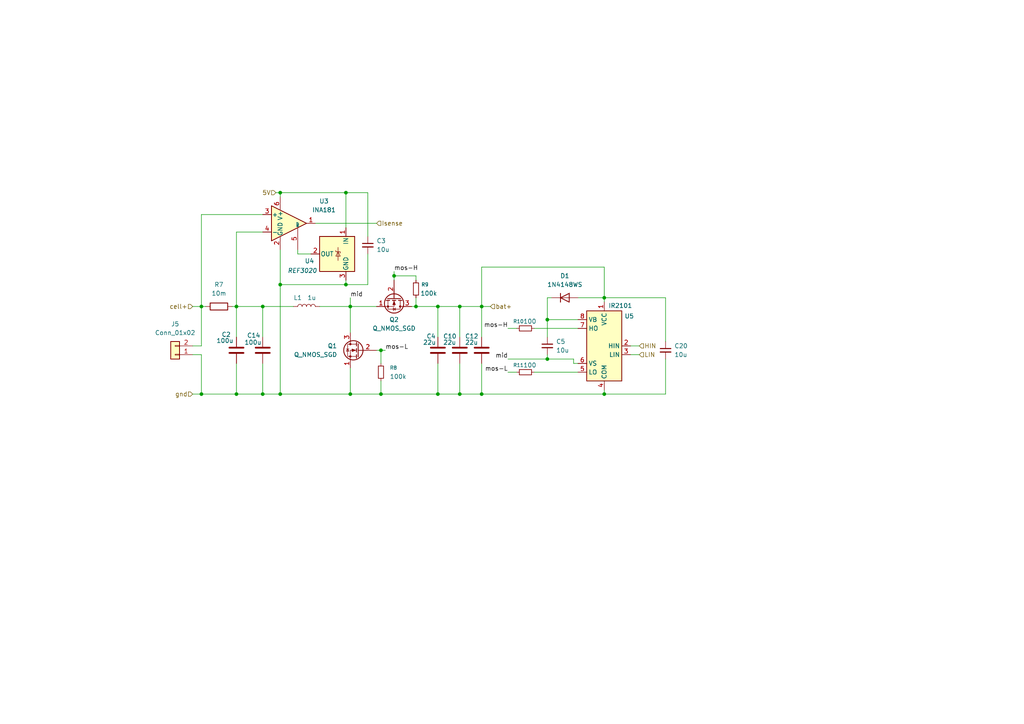
<source format=kicad_sch>
(kicad_sch (version 20250114) (generator "eeschema") (generator_version "9.0")
  (paper "A4")
  (lib_symbols
    (symbol "Amplifier_Current:INA181" (pin_names (offset 0.127))
      (property "Reference" "U" (at 3.81 3.81 0))
      (property "Value" "INA181" (at 3.81 -2.54 0))
      (symbol "INA181_0_1"
        (polyline (pts (xy 5.08 0) (xy -5.08 5.08) (xy -5.08 -5.08) (xy 5.08 0)) (stroke (width 0.254)) (fill (type background)))
      )
      (symbol "INA181_1_1"
        (pin input line (at -7.62 2.54 0) (length 2.54) (name "+") (number "3"))
        (pin input line (at -7.62 -2.54 0) (length 2.54) (name "-") (number "4"))
        (pin power_in line (at -2.54 7.62 270) (length 3.81) (name "V+") (number "6"))
        (pin power_in line (at -2.54 -7.62 90) (length 3.81) (name "GND") (number "2"))
        (pin input line (at 2.54 -7.62 90) (length 6.35) (name "REF") (number "5"))
        (pin output line (at 7.62 0 180) (length 2.54) (name "~") (number "1"))
      )
    )
    (symbol "Connector_Generic:Conn_01x02" (pin_names (offset 1.016) (hide yes))
      (property "Reference" "J" (at 0 2.54 0))
      (property "Value" "Conn_01x02" (at 0 -5.08 0))
      (symbol "Conn_01x02_1_1"
        (rectangle (start -1.27 1.27) (end 1.27 -3.81) (stroke (width 0.254)) (fill (type background)))
        (rectangle (start -1.27 0.127) (end 0 -0.127) (stroke (width 0.1524)))
        (rectangle (start -1.27 -2.413) (end 0 -2.667) (stroke (width 0.1524)))
        (pin passive line (at -5.08 0 0) (length 3.81) (name "Pin_1") (number "1"))
        (pin passive line (at -5.08 -2.54 0) (length 3.81) (name "Pin_2") (number "2"))
      )
    )
    (symbol "Device:C" (pin_numbers (hide yes)) (pin_names (offset 0.254))
      (property "Reference" "C" (at 0.635 2.54 0))
      (property "Value" "C" (at 0.635 -2.54 0))
      (symbol "C_0_1"
        (polyline (pts (xy -2.032 0.762) (xy 2.032 0.762)) (stroke (width 0.508)))
        (polyline (pts (xy -2.032 -0.762) (xy 2.032 -0.762)) (stroke (width 0.508)))
      )
      (symbol "C_1_1"
        (pin passive line (at 0 3.81 270) (length 2.794) (name "~") (number "1"))
        (pin passive line (at 0 -3.81 90) (length 2.794) (name "~") (number "2"))
      )
    )
    (symbol "Device:C_Small" (pin_numbers (hide yes)) (pin_names (offset 0.254) (hide yes))
      (property "Reference" "C" (at 0.254 1.778 0))
      (property "Value" "C_Small" (at 0.254 -2.032 0))
      (symbol "C_Small_0_1"
        (polyline (pts (xy -1.524 0.508) (xy 1.524 0.508)) (stroke (width 0.3048)))
        (polyline (pts (xy -1.524 -0.508) (xy 1.524 -0.508)) (stroke (width 0.3302)))
      )
      (symbol "C_Small_1_1"
        (pin passive line (at 0 2.54 270) (length 2.032) (name "~") (number "1"))
        (pin passive line (at 0 -2.54 90) (length 2.032) (name "~") (number "2"))
      )
    )
    (symbol "Device:L" (pin_numbers (hide yes)) (pin_names (offset 1.016) (hide yes))
      (property "Reference" "L" (at -1.27 0 90))
      (property "Value" "L" (at 1.905 0 90))
      (symbol "L_0_1"
        (arc (start 0 2.54) (mid 0.6323 1.905) (end 0 1.27))
        (arc (start 0 1.27) (mid 0.6323 0.635) (end 0 0))
        (arc (start 0 0) (mid 0.6323 -0.635) (end 0 -1.27))
        (arc (start 0 -1.27) (mid 0.6323 -1.905) (end 0 -2.54))
      )
      (symbol "L_1_1"
        (pin passive line (at 0 3.81 270) (length 1.27) (name "1") (number "1"))
        (pin passive line (at 0 -3.81 90) (length 1.27) (name "2") (number "2"))
      )
    )
    (symbol "Device:R" (pin_numbers (hide yes)) (pin_names (offset 0))
      (property "Reference" "R" (at 2.032 0 90))
      (property "Value" "R" (at 0 0 90))
      (symbol "R_0_1"
        (rectangle (start -1.016 -2.54) (end 1.016 2.54) (stroke (width 0.254)))
      )
      (symbol "R_1_1"
        (pin passive line (at 0 3.81 270) (length 1.27) (name "~") (number "1"))
        (pin passive line (at 0 -3.81 90) (length 1.27) (name "~") (number "2"))
      )
    )
    (symbol "Device:R_Small" (pin_numbers (hide yes)) (pin_names (offset 0.254) (hide yes))
      (property "Reference" "R" (at 0 0 90))
      (property "Value" "R_Small" (at 1.778 0 90))
      (symbol "R_Small_0_1"
        (rectangle (start -0.762 1.778) (end 0.762 -1.778) (stroke (width 0.2032)))
      )
      (symbol "R_Small_1_1"
        (pin passive line (at 0 2.54 270) (length 0.762) (name "~") (number "1"))
        (pin passive line (at 0 -2.54 90) (length 0.762) (name "~") (number "2"))
      )
    )
    (symbol "Diode:1N4148WS" (pin_numbers (hide yes)) (pin_names (hide yes))
      (property "Reference" "D" (at 0 2.54 0))
      (property "Value" "1N4148WS" (at 0 -2.54 0))
      (symbol "1N4148WS_0_1"
        (polyline (pts (xy -1.27 1.27) (xy -1.27 -1.27)) (stroke (width 0.254)))
        (polyline (pts (xy 1.27 1.27) (xy 1.27 -1.27) (xy -1.27 0) (xy 1.27 1.27)) (stroke (width 0.254)))
        (polyline (pts (xy 1.27 0) (xy -1.27 0)))
      )
      (symbol "1N4148WS_1_1"
        (pin passive line (at -3.81 0 0) (length 2.54) (name "K") (number "1"))
        (pin passive line (at 3.81 0 180) (length 2.54) (name "A") (number "2"))
      )
    )
    (symbol "Driver_FET:IR2101"
      (property "Reference" "U" (at 1.27 13.335 0))
      (property "Value" "IR2101" (at 1.27 11.43 0))
      (symbol "IR2101_0_1"
        (rectangle (start -5.08 -10.16) (end 5.08 10.16) (stroke (width 0.254)) (fill (type background)))
      )
      (symbol "IR2101_1_1"
        (pin input line (at -7.62 0 0) (length 2.54) (name "HIN") (number "2"))
        (pin input line (at -7.62 -2.54 0) (length 2.54) (name "LIN") (number "3"))
        (pin power_in line (at 0 12.7 270) (length 2.54) (name "VCC") (number "1"))
        (pin power_in line (at 0 -12.7 90) (length 2.54) (name "COM") (number "4"))
        (pin passive line (at 7.62 7.62 180) (length 2.54) (name "VB") (number "8"))
        (pin output line (at 7.62 5.08 180) (length 2.54) (name "HO") (number "7"))
        (pin passive line (at 7.62 -5.08 180) (length 2.54) (name "VS") (number "6"))
        (pin output line (at 7.62 -7.62 180) (length 2.54) (name "LO") (number "5"))
      )
    )
    (symbol "Reference_Voltage:REF3020" (pin_names (offset 0.254))
      (property "Reference" "U" (at 0 6.35 0))
      (property "Value" "REF3020" (at 2.54 -6.35 0))
      (symbol "REF3020_0_1"
        (rectangle (start -5.08 5.08) (end 5.08 -5.08) (stroke (width 0.254)) (fill (type background)))
        (polyline (pts (xy -0.889 -0.635) (xy 0.381 -0.635) (xy -0.254 0.635) (xy -0.889 -0.635)))
        (polyline (pts (xy -0.254 1.905) (xy -0.254 -1.905)))
        (polyline (pts (xy 0.381 1.016) (xy 0.381 0.635) (xy -0.889 0.635) (xy -0.889 0.254)))
      )
      (symbol "REF3020_1_1"
        (pin power_in line (at -2.54 7.62 270) (length 2.54) (name "IN") (number "1"))
        (pin power_in line (at -2.54 -7.62 90) (length 2.54) (name "GND") (number "3"))
        (pin power_out line (at 7.62 0 180) (length 2.54) (name "OUT") (number "2"))
      )
    )
    (symbol "Transistor_FET:Q_NMOS_SGD" (pin_names (offset 0) (hide yes))
      (property "Reference" "Q" (at 5.08 1.905 0))
      (property "Value" "Q_NMOS_SGD" (at 5.08 0 0))
      (symbol "Q_NMOS_SGD_0_1"
        (polyline (pts (xy 0.254 1.905) (xy 0.254 -1.905)) (stroke (width 0.254)))
        (polyline (pts (xy 0.254 0) (xy -2.54 0)))
        (polyline (pts (xy 0.762 2.286) (xy 0.762 1.27)) (stroke (width 0.254)))
        (polyline (pts (xy 0.762 0.508) (xy 0.762 -0.508)) (stroke (width 0.254)))
        (polyline (pts (xy 0.762 -1.27) (xy 0.762 -2.286)) (stroke (width 0.254)))
        (polyline (pts (xy 0.762 -1.778) (xy 3.302 -1.778) (xy 3.302 1.778) (xy 0.762 1.778)))
        (polyline (pts (xy 1.016 0) (xy 2.032 0.381) (xy 2.032 -0.381) (xy 1.016 0)) (fill (type outline)))
        (circle (center 1.651 0) (radius 2.794) (stroke (width 0.254)))
        (polyline (pts (xy 2.54 2.54) (xy 2.54 1.778)))
        (circle (center 2.54 1.778) (radius 0.254) (fill (type outline)))
        (circle (center 2.54 -1.778) (radius 0.254) (fill (type outline)))
        (polyline (pts (xy 2.54 -2.54) (xy 2.54 0) (xy 0.762 0)))
        (polyline (pts (xy 2.921 0.381) (xy 3.683 0.381)))
        (polyline (pts (xy 3.302 0.381) (xy 2.921 -0.254) (xy 3.683 -0.254) (xy 3.302 0.381)))
      )
      (symbol "Q_NMOS_SGD_1_1"
        (pin input line (at -5.08 0 0) (length 5.08) (name "G") (number "2"))
        (pin passive line (at 2.54 5.08 270) (length 2.54) (name "D") (number "3"))
        (pin passive line (at 2.54 -5.08 90) (length 2.54) (name "S") (number "1"))
      )
    )
  )
  (junction (at 139.7 114.3))
  (junction (at 110.49 101.6))
  (junction (at 110.49 114.3))
  (junction (at 139.7 88.9))
  (junction (at 133.35 88.9))
  (junction (at 101.6 88.9))
  (junction (at 175.26 86.36))
  (junction (at 101.6 114.3))
  (junction (at 76.2 88.9))
  (junction (at 81.28 55.88))
  (junction (at 120.65 88.9))
  (junction (at 68.58 114.3))
  (junction (at 127 88.9))
  (junction (at 58.42 88.9))
  (junction (at 58.42 114.3))
  (junction (at 100.33 55.88))
  (junction (at 100.33 82.55))
  (junction (at 158.75 92.71))
  (junction (at 127 114.3))
  (junction (at 68.58 88.9))
  (junction (at 81.28 114.3))
  (junction (at 175.26 114.3))
  (junction (at 158.75 104.14))
  (junction (at 76.2 114.3))
  (junction (at 81.28 82.55))
  (junction (at 133.35 114.3))
  (junction (at 114.3 80.01))
  (wire (pts (xy 58.42 62.23) (xy 58.42 88.9)))
  (wire (pts (xy 114.3 78.74) (xy 114.3 80.01)))
  (wire (pts (xy 127 88.9) (xy 120.65 88.9)))
  (wire (pts (xy 81.28 72.39) (xy 81.28 82.55)))
  (wire (pts (xy 139.7 77.47) (xy 139.7 88.9)))
  (wire (pts (xy 110.49 114.3) (xy 101.6 114.3)))
  (wire (pts (xy 68.58 105.41) (xy 68.58 114.3)))
  (wire (pts (xy 133.35 114.3) (xy 127 114.3)))
  (wire (pts (xy 193.04 104.14) (xy 193.04 114.3)))
  (wire (pts (xy 154.94 95.25) (xy 167.64 95.25)))
  (wire (pts (xy 147.32 95.25) (xy 149.86 95.25)))
  (wire (pts (xy 106.68 68.58) (xy 106.68 55.88)))
  (wire (pts (xy 158.75 86.36) (xy 160.02 86.36)))
  (wire (pts (xy 101.6 88.9) (xy 101.6 96.52)))
  (wire (pts (xy 55.88 100.33) (xy 58.42 100.33)))
  (wire (pts (xy 76.2 114.3) (xy 81.28 114.3)))
  (wire (pts (xy 139.7 88.9) (xy 139.7 97.79)))
  (wire (pts (xy 106.68 73.66) (xy 106.68 82.55)))
  (wire (pts (xy 80.01 55.88) (xy 81.28 55.88)))
  (wire (pts (xy 147.32 107.95) (xy 149.86 107.95)))
  (wire (pts (xy 175.26 77.47) (xy 139.7 77.47)))
  (wire (pts (xy 67.31 88.9) (xy 68.58 88.9)))
  (wire (pts (xy 175.26 114.3) (xy 139.7 114.3)))
  (wire (pts (xy 91.44 64.77) (xy 109.22 64.77)))
  (wire (pts (xy 68.58 88.9) (xy 76.2 88.9)))
  (wire (pts (xy 92.71 88.9) (xy 101.6 88.9)))
  (wire (pts (xy 158.75 104.14) (xy 166.37 104.14)))
  (wire (pts (xy 101.6 86.36) (xy 101.6 88.9)))
  (wire (pts (xy 68.58 114.3) (xy 76.2 114.3)))
  (wire (pts (xy 139.7 105.41) (xy 139.7 114.3)))
  (wire (pts (xy 55.88 102.87) (xy 58.42 102.87)))
  (wire (pts (xy 120.65 80.01) (xy 114.3 80.01)))
  (wire (pts (xy 127 114.3) (xy 110.49 114.3)))
  (wire (pts (xy 81.28 55.88) (xy 100.33 55.88)))
  (wire (pts (xy 110.49 101.6) (xy 109.22 101.6)))
  (wire (pts (xy 175.26 113.03) (xy 175.26 114.3)))
  (wire (pts (xy 166.37 105.41) (xy 167.64 105.41)))
  (wire (pts (xy 158.75 102.87) (xy 158.75 104.14)))
  (wire (pts (xy 81.28 55.88) (xy 81.28 57.15)))
  (wire (pts (xy 127 88.9) (xy 133.35 88.9)))
  (wire (pts (xy 158.75 86.36) (xy 158.75 92.71)))
  (wire (pts (xy 154.94 107.95) (xy 167.64 107.95)))
  (wire (pts (xy 139.7 88.9) (xy 142.24 88.9)))
  (wire (pts (xy 114.3 80.01) (xy 114.3 81.28)))
  (wire (pts (xy 110.49 110.49) (xy 110.49 114.3)))
  (wire (pts (xy 101.6 106.68) (xy 101.6 114.3)))
  (wire (pts (xy 193.04 86.36) (xy 193.04 99.06)))
  (wire (pts (xy 120.65 86.36) (xy 120.65 88.9)))
  (wire (pts (xy 120.65 88.9) (xy 119.38 88.9)))
  (wire (pts (xy 175.26 86.36) (xy 175.26 77.47)))
  (wire (pts (xy 127 97.79) (xy 127 88.9)))
  (wire (pts (xy 127 105.41) (xy 127 114.3)))
  (wire (pts (xy 76.2 67.31) (xy 68.58 67.31)))
  (wire (pts (xy 58.42 88.9) (xy 59.69 88.9)))
  (wire (pts (xy 100.33 81.28) (xy 100.33 82.55)))
  (wire (pts (xy 58.42 102.87) (xy 58.42 114.3)))
  (wire (pts (xy 175.26 86.36) (xy 167.64 86.36)))
  (wire (pts (xy 86.36 73.66) (xy 86.36 72.39)))
  (wire (pts (xy 101.6 88.9) (xy 109.22 88.9)))
  (wire (pts (xy 166.37 104.14) (xy 166.37 105.41)))
  (wire (pts (xy 81.28 82.55) (xy 100.33 82.55)))
  (wire (pts (xy 158.75 97.79) (xy 158.75 92.71)))
  (wire (pts (xy 58.42 114.3) (xy 68.58 114.3)))
  (wire (pts (xy 175.26 86.36) (xy 193.04 86.36)))
  (wire (pts (xy 100.33 55.88) (xy 106.68 55.88)))
  (wire (pts (xy 81.28 82.55) (xy 81.28 114.3)))
  (wire (pts (xy 55.88 114.3) (xy 58.42 114.3)))
  (wire (pts (xy 175.26 87.63) (xy 175.26 86.36)))
  (wire (pts (xy 68.58 67.31) (xy 68.58 88.9)))
  (wire (pts (xy 120.65 81.28) (xy 120.65 80.01)))
  (wire (pts (xy 193.04 114.3) (xy 175.26 114.3)))
  (wire (pts (xy 76.2 105.41) (xy 76.2 114.3)))
  (wire (pts (xy 58.42 62.23) (xy 76.2 62.23)))
  (wire (pts (xy 139.7 114.3) (xy 133.35 114.3)))
  (wire (pts (xy 110.49 101.6) (xy 110.49 105.41)))
  (wire (pts (xy 133.35 88.9) (xy 133.35 97.79)))
  (wire (pts (xy 106.68 82.55) (xy 100.33 82.55)))
  (wire (pts (xy 68.58 88.9) (xy 68.58 97.79)))
  (wire (pts (xy 81.28 114.3) (xy 101.6 114.3)))
  (wire (pts (xy 100.33 55.88) (xy 100.33 66.04)))
  (wire (pts (xy 111.76 101.6) (xy 110.49 101.6)))
  (wire (pts (xy 86.36 73.66) (xy 90.17 73.66)))
  (wire (pts (xy 158.75 92.71) (xy 167.64 92.71)))
  (wire (pts (xy 76.2 88.9) (xy 85.09 88.9)))
  (wire (pts (xy 55.88 88.9) (xy 58.42 88.9)))
  (wire (pts (xy 182.88 102.87) (xy 185.42 102.87)))
  (wire (pts (xy 147.32 104.14) (xy 158.75 104.14)))
  (wire (pts (xy 133.35 88.9) (xy 139.7 88.9)))
  (wire (pts (xy 133.35 105.41) (xy 133.35 114.3)))
  (wire (pts (xy 58.42 100.33) (xy 58.42 88.9)))
  (wire (pts (xy 76.2 88.9) (xy 76.2 97.79)))
  (wire (pts (xy 182.88 100.33) (xy 185.42 100.33)))
  (label "mos-L" (at 147.32 107.95 180))
  (label "mid" (at 101.6 86.36 0))
  (label "mos-L" (at 111.76 101.6 0))
  (label "mos-H" (at 147.32 95.25 180))
  (label "mid" (at 147.32 104.14 180))
  (label "mos-H" (at 114.3 78.74 0))
  (hierarchical_label "5V" (shape input) (at 80.01 55.88 180))
  (hierarchical_label "HIN" (shape input) (at 185.42 100.33 0))
  (hierarchical_label "LIN" (shape input) (at 185.42 102.87 0))
  (hierarchical_label "Isense" (shape input) (at 109.22 64.77 0))
  (hierarchical_label "cell+" (shape input) (at 55.88 88.9 180))
  (hierarchical_label "bat+" (shape input) (at 142.24 88.9 0))
  (hierarchical_label "gnd" (shape input) (at 55.88 114.3 180))
  (symbol (lib_id "Diode:1N4148WS") (at 163.83 86.36 0) (unit 1)
    (property "Reference" "D1" (at 163.83 80.01 0))
    (property "Value" "1N4148WS" (at 163.83 82.55 0))
    (property "Footprint" "Diode_SMD:D_SOD-323" (effects (hide yes)))
    (property "Datasheet" "https://www.vishay.com/docs/85751/1n4148ws.pdf" (effects (hide yes)))
    (property "Description" "75V 0.15A Fast switching Diode, SOD-323" (effects (hide yes)))
    (property "Sim.Device" "D" (effects (hide yes)))
    (property "Sim.Pins" "1=K 2=A" (effects (hide yes)))
    (instances (project "" (path "" (reference "D1") (unit 1)) (path "" (reference "D2") (unit 1))))
  )
  (symbol (lib_id "Driver_FET:IR2101") (at 175.26 100.33 0) (mirror y) (unit 1)
    (property "Reference" "U5" (at 183.896 91.694 0) (effects (justify left)))
    (property "Value" "IR2101" (at 183.388 88.646 0) (effects (justify left)))
    (property "Footprint" "Package_SO:SOIC-8_3.9x4.9mm_P1.27mm" (effects (hide yes)))
    (property "Datasheet" "https://www.infineon.com/dgdl/ir2101.pdf?fileId=5546d462533600a4015355c7a755166c" (effects (hide yes)))
    (property "Description" "High and Low Side Driver, 600V, 210/360mA, PDIP-8/SOIC-8" (effects (hide yes)))
    (instances (project "" (path "" (reference "U5") (unit 1)) (path "" (reference "U8") (unit 1))))
  )
  (symbol (lib_id "Device:R_Small") (at 152.4 107.95 90) (unit 1)
    (property "Reference" "R11" (at 150.368 105.918 90) (effects (font (size 1.016 1.016))))
    (property "Value" "100" (at 153.67 105.918 90))
    (property "Footprint" "Resistor_SMD:R_0603_1608Metric" (effects (hide yes)))
    (property "Description" "Resistor, small symbol" (effects (hide yes)))
    (instances (project "bidirectional-tester" (path "" (reference "R11") (unit 1)) (path "" (reference "R16") (unit 1))))
  )
  (symbol (lib_id "Device:C_Small") (at 158.75 100.33 0) (unit 1)
    (property "Reference" "C5" (at 161.29 99.0662 0) (effects (justify left)))
    (property "Value" "10u" (at 161.29 101.6062 0) (effects (justify left)))
    (property "Footprint" "Capacitor_SMD:C_0603_1608Metric" (effects (hide yes)))
    (property "Description" "Unpolarized capacitor, small symbol" (effects (hide yes)))
    (instances (project "" (path "" (reference "C5") (unit 1)) (path "" (reference "C9") (unit 1))))
  )
  (symbol (lib_id "Device:L") (at 88.9 88.9 90) (unit 1)
    (property "Reference" "L1" (at 86.36 86.36 90))
    (property "Value" "1u" (at 90.424 86.36 90))
    (property "Footprint" "Inductor_SMD:L_Changjiang_FXL0630" (effects (hide yes)))
    (property "Description" "Inductor" (effects (hide yes)))
    (instances (project "" (path "" (reference "L1") (unit 1)) (path "" (reference "L2") (unit 1))))
  )
  (symbol (lib_id "Device:R") (at 63.5 88.9 90) (unit 1)
    (property "Reference" "R7" (at 63.5 82.55 90))
    (property "Value" "10m" (at 63.5 85.09 90))
    (property "Footprint" "Resistor_SMD:R_2512_6332Metric" (effects (hide yes)))
    (property "Description" "Resistor" (effects (hide yes)))
    (instances (project "" (path "" (reference "R7") (unit 1)) (path "" (reference "R12") (unit 1))))
  )
  (symbol (lib_id "Transistor_FET:Q_NMOS_SGD") (at 114.3 86.36 270) (unit 1)
    (property "Reference" "Q2" (at 114.3 92.71 90))
    (property "Value" "Q_NMOS_SGD" (at 114.3 95.25 90))
    (property "Footprint" "my-footprints:PQFN-8-EP_6x5mm_P1.27mm_Generic" (effects (hide yes)))
    (property "Description" "N-MOSFET transistor, source/gate/drain" (effects (hide yes)))
    (instances (project "bidirectional-tester" (path "" (reference "Q2") (unit 1)) (path "" (reference "Q4") (unit 1))))
  )
  (symbol (lib_id "Device:C") (at 133.35 101.6 0) (unit 1)
    (property "Reference" "C10" (at 128.524 97.536 0) (effects (justify left)))
    (property "Value" "22u" (at 128.524 99.314 0) (effects (justify left)))
    (property "Footprint" "Capacitor_SMD:C_0805_2012Metric" (effects (hide yes)))
    (property "Description" "Unpolarized capacitor" (effects (hide yes)))
    (instances (project "bidirectional-tester" (path "" (reference "C10") (unit 1)) (path "" (reference "C11") (unit 1))))
  )
  (symbol (lib_id "Device:C_Small") (at 193.04 101.6 0) (unit 1)
    (property "Reference" "C20" (at 195.58 100.3362 0) (effects (justify left)))
    (property "Value" "10u" (at 195.58 102.8762 0) (effects (justify left)))
    (property "Footprint" "Capacitor_SMD:C_0603_1608Metric" (effects (hide yes)))
    (property "Description" "Unpolarized capacitor, small symbol" (effects (hide yes)))
    (instances (project "" (path "" (reference "C20") (unit 1)) (path "" (reference "C21") (unit 1))))
  )
  (symbol (lib_id "Amplifier_Current:INA181") (at 83.82 64.77 0) (unit 1)
    (property "Reference" "U3" (at 93.98 58.3498 0))
    (property "Value" "INA181" (at 93.98 60.8898 0))
    (property "Footprint" "Package_TO_SOT_SMD:SOT-23-6" (effects (hide yes)))
    (property "Datasheet" "http://www.ti.com/lit/ds/symlink/ina181.pdf" (effects (hide yes)))
    (property "Description" "Bidirectional, Low- and High-Side Voltage Output, Current-Sense Amplifier, SOT-23-6" (effects (hide yes)))
    (instances (project "bidirectional-tester" (path "" (reference "U3") (unit 1)) (path "" (reference "U6") (unit 1))))
  )
  (symbol (lib_id "Device:R_Small") (at 110.49 107.95 0) (unit 1)
    (property "Reference" "R8" (at 113.03 106.6799 0) (effects (font (size 1.016 1.016)) (justify left)))
    (property "Value" "100k" (at 113.03 109.2199 0) (effects (justify left)))
    (property "Footprint" "Resistor_SMD:R_0603_1608Metric" (effects (hide yes)))
    (property "Description" "Resistor, small symbol" (effects (hide yes)))
    (instances (project "" (path "" (reference "R8") (unit 1)) (path "" (reference "R13") (unit 1))))
  )
  (symbol (lib_id "Device:C") (at 127 101.6 0) (unit 1)
    (property "Reference" "C4" (at 123.698 97.536 0) (effects (justify left)))
    (property "Value" "22u" (at 122.682 99.314 0) (effects (justify left)))
    (property "Footprint" "Capacitor_SMD:C_0805_2012Metric" (effects (hide yes)))
    (property "Description" "Unpolarized capacitor" (effects (hide yes)))
    (instances (project "bidirectional-tester" (path "" (reference "C4") (unit 1)) (path "" (reference "C8") (unit 1))))
  )
  (symbol (lib_id "Reference_Voltage:REF3020") (at 97.79 73.66 0) (mirror y) (unit 1)
    (property "Reference" "U4" (at 88.392 75.692 0) (effects (justify right)))
    (property "Value" "REF3020" (at 83.566 78.486 0) (effects (font (italic yes)) (justify right)))
    (property "Footprint" "Package_TO_SOT_SMD:SOT-23" (effects (hide yes)))
    (property "Datasheet" "http://www.ti.com/lit/ds/symlink/ref3033.pdf" (effects (hide yes)))
    (property "Description" "2.048V 50-ppm/°C Max, 50-μA, CMOS Voltage Reference, SOT-23-3" (effects (hide yes)))
    (instances (project "" (path "" (reference "U4") (unit 1)) (path "" (reference "U7") (unit 1))))
  )
  (symbol (lib_id "Device:C_Small") (at 106.68 71.12 0) (unit 1)
    (property "Reference" "C3" (at 109.22 69.8562 0) (effects (justify left)))
    (property "Value" "10u" (at 109.22 72.3962 0) (effects (justify left)))
    (property "Footprint" "Capacitor_SMD:C_0603_1608Metric" (effects (hide yes)))
    (property "Description" "Unpolarized capacitor, small symbol" (effects (hide yes)))
    (instances (project "" (path "" (reference "C3") (unit 1)) (path "" (reference "C7") (unit 1))))
  )
  (symbol (lib_id "Device:C") (at 139.7 101.6 0) (unit 1)
    (property "Reference" "C12" (at 134.874 97.536 0) (effects (justify left)))
    (property "Value" "22u" (at 134.874 99.314 0) (effects (justify left)))
    (property "Footprint" "Capacitor_SMD:C_0805_2012Metric" (effects (hide yes)))
    (property "Description" "Unpolarized capacitor" (effects (hide yes)))
    (instances (project "bidirectional-tester" (path "" (reference "C12") (unit 1)) (path "" (reference "C13") (unit 1))))
  )
  (symbol (lib_id "Connector_Generic:Conn_01x02") (at 50.8 102.87 180) (unit 1)
    (property "Reference" "J5" (at 50.8 93.98 0))
    (property "Value" "Conn_01x02" (at 50.8 96.52 0))
    (property "Footprint" "my-connectors:screw-terminal_5mm_x2" (effects (hide yes)))
    (property "Description" "Generic connector, single row, 01x02, script generated (kicad-library-utils/schlib/autogen/connector/)" (effects (hide yes)))
    (instances (project "" (path "" (reference "J5") (unit 1)) (path "" (reference "J6") (unit 1))))
  )
  (symbol (lib_id "Device:R_Small") (at 120.65 83.82 0) (unit 1)
    (property "Reference" "R9" (at 122.174 82.55 0) (effects (font (size 1.016 1.016)) (justify left)))
    (property "Value" "100k" (at 121.92 85.09 0) (effects (justify left)))
    (property "Footprint" "Resistor_SMD:R_0603_1608Metric" (effects (hide yes)))
    (property "Description" "Resistor, small symbol" (effects (hide yes)))
    (instances (project "bidirectional-tester" (path "" (reference "R9") (unit 1)) (path "" (reference "R14") (unit 1))))
  )
  (symbol (lib_id "Device:R_Small") (at 152.4 95.25 90) (unit 1)
    (property "Reference" "R10" (at 150.368 93.218 90) (effects (font (size 1.016 1.016))))
    (property "Value" "100" (at 153.67 93.218 90))
    (property "Footprint" "Resistor_SMD:R_0603_1608Metric" (effects (hide yes)))
    (property "Description" "Resistor, small symbol" (effects (hide yes)))
    (instances (project "" (path "" (reference "R10") (unit 1)) (path "" (reference "R15") (unit 1))))
  )
  (symbol (lib_id "Transistor_FET:Q_NMOS_SGD") (at 104.14 101.6 0) (mirror y) (unit 1)
    (property "Reference" "Q1" (at 97.79 100.3299 0) (effects (justify left)))
    (property "Value" "Q_NMOS_SGD" (at 97.79 102.8699 0) (effects (justify left)))
    (property "Footprint" "my-footprints:PQFN-8-EP_6x5mm_P1.27mm_Generic" (effects (hide yes)))
    (property "Description" "N-MOSFET transistor, source/gate/drain" (effects (hide yes)))
    (instances (project "" (path "" (reference "Q1") (unit 1)) (path "" (reference "Q3") (unit 1))))
  )
  (symbol (lib_id "Device:C") (at 68.58 101.6 0) (unit 1)
    (property "Reference" "C2" (at 64.262 97.028 0) (effects (justify left)))
    (property "Value" "100u" (at 62.738 98.806 0) (effects (justify left)))
    (property "Footprint" "Capacitor_SMD:C_1206_3216Metric" (effects (hide yes)))
    (property "Description" "Unpolarized capacitor" (effects (hide yes)))
    (instances (project "" (path "" (reference "C2") (unit 1)) (path "" (reference "C6") (unit 1))))
  )
  (symbol (lib_id "Device:C") (at 76.2 101.6 0) (unit 1)
    (property "Reference" "C14" (at 71.628 97.282 0) (effects (justify left)))
    (property "Value" "100u" (at 70.866 99.314 0) (effects (justify left)))
    (property "Footprint" "Capacitor_SMD:C_1206_3216Metric" (effects (hide yes)))
    (property "Description" "Unpolarized capacitor" (effects (hide yes)))
    (instances (project "bidirectional-tester" (path "" (reference "C14") (unit 1)) (path "" (reference "C15") (unit 1))))
  )
)
</source>
